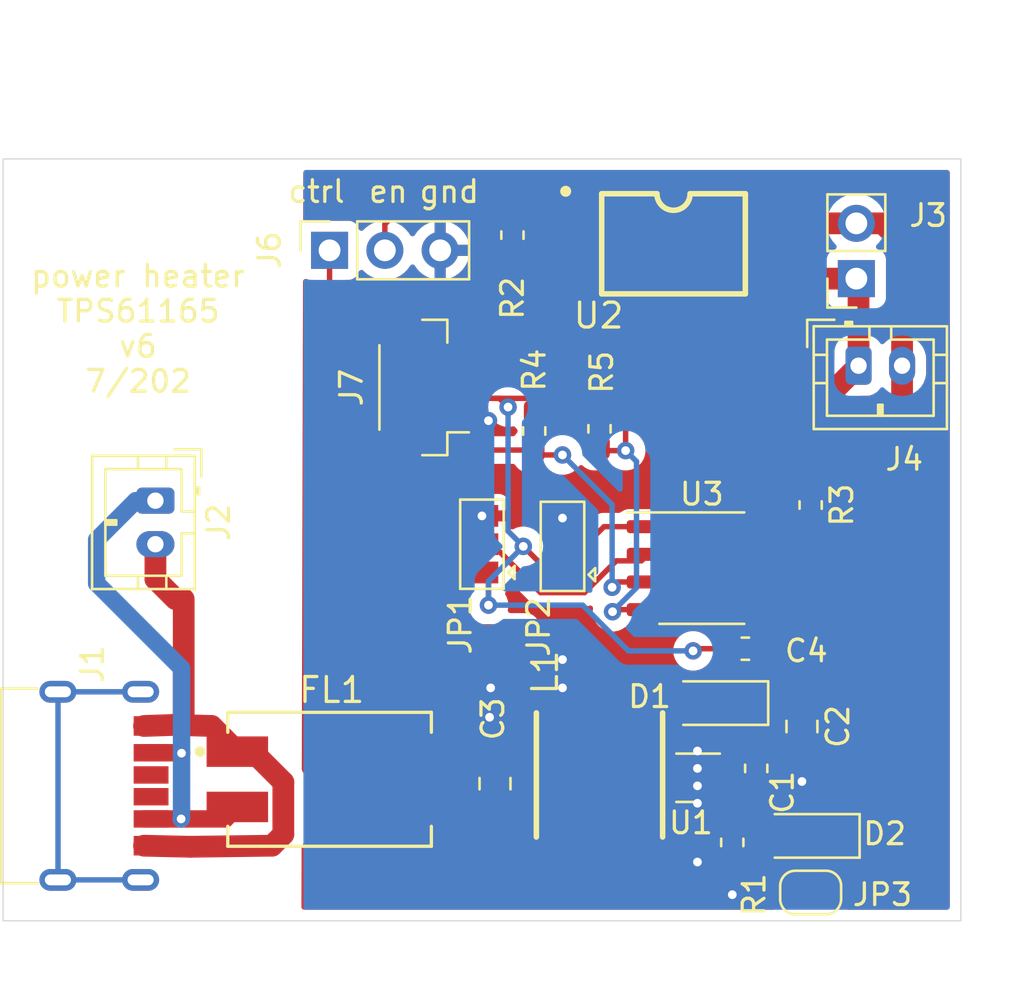
<source format=kicad_pcb>
(kicad_pcb (version 20211014) (generator pcbnew)
  (layers (0 "F.Cu" signal) (31 "B.Cu" signal) (34 "B.Paste" user) (35 "F.Paste" user) (36 "B.SilkS" user "B.Silkscreen") (37 "F.SilkS" user "F.Silkscreen") (38 "B.Mask" user) (39 "F.Mask" user) (44 "Edge.Cuts" user))
  (net 0 "")
  (net 1 "GND")
  (net 2 "Net-(C1-Pad1)")
  (net 3 "Net-(C2-Pad1)")
  (net 4 "+5VD")
  (net 5 "Net-(D1-Pad2)")
  (net 6 "Net-(FL1-Pad1)")
  (net 7 "Net-(FL1-Pad2)")
  (net 8 "unconnected-(J1-Pad0)")
  (net 10 "Net-(J6-Pad1)")
  (net 11 "Net-(J3-Pad1)")
  (net 12 "Net-(J6-Pad2)")
  (net 13 "Net-(R2-Pad2)")
  (net 15 "Net-(C4-Pad1)")
  (net 16 "/scl")
  (net 17 "/sda")
  (net 18 "Net-(JP2-Pad2)")
  (net 19 "Net-(JP1-Pad2)")
  (net 20 "Net-(D2-Pad2)")
  (net 21 "Net-(D2-Pad1)")
  (footprint "Connector_JST:JST_PH_B2B-PH-K_1x02_P2.00mm_Vertical" (layer "F.Cu") (at 123 70.7 -90)
    (fp_text reference "J2" (at 1 -2.9 90) (layer "F.SilkS"))
    (fp_text value "A2001WV-2P")
    (fp_line (start -0.3 -2.01) (end -0.6 -2.01) (layer "F.SilkS") (width 0.12))
    (fp_line (start 4.06 -0.5) (end 3.45 -0.5) (layer "F.SilkS") (width 0.12))
    (fp_line (start 4.06 2.91) (end 4.06 -1.81) (layer "F.SilkS") (width 0.12))
    (fp_line (start 0.9 2.3) (end 0.9 1.8) (layer "F.SilkS") (width 0.12))
    (fp_line (start -1.45 -1.2) (end -1.45 2.3) (layer "F.SilkS") (width 0.12))
    (fp_line (start 0.9 1.8) (end 1.1 1.8) (layer "F.SilkS") (width 0.12))
    (fp_line (start 1.1 1.8) (end 1.1 2.3) (layer "F.SilkS") (width 0.12))
    (fp_line (start -2.06 -1.81) (end -2.06 2.91) (layer "F.SilkS") (width 0.12))
    (fp_line (start -2.06 0.8) (end -1.45 0.8) (layer "F.SilkS") (width 0.12))
    (fp_line (start -0.3 -1.91) (end -0.6 -1.91) (layer "F.SilkS") (width 0.12))
    (fp_line (start 3.45 2.3) (end 3.45 -1.2) (layer "F.SilkS") (width 0.12))
    (fp_line (start -0.3 -1.81) (end -0.3 -2.01) (layer "F.SilkS") (width 0.12))
    (fp_line (start -1.11 -2.11) (end -2.36 -2.11) (layer "F.SilkS") (width 0.12))
    (fp_line (start 0.5 -1.2) (end -1.45 -1.2) (layer "F.SilkS") (width 0.12))
    (fp_line (start -2.06 2.91) (end 4.06 2.91) (layer "F.SilkS") (width 0.12))
    (fp_line (start -1.45 2.3) (end 3.45 2.3) (layer "F.SilkS") (width 0.12))
    (fp_line (start 3.45 -1.2) (end 1.5 -1.2) (layer "F.SilkS") (width 0.12))
    (fp_line (start -2.36 -2.11) (end -2.36 -0.86) (layer "F.SilkS") (width 0.12))
    (fp_line (start -2.06 -0.5) (end -1.45 -0.5) (layer "F.SilkS") (width 0.12))
    (fp_line (start 1.5 -1.2) (end 1.5 -1.81) (layer "F.SilkS") (width 0.12))
    (fp_line (start -0.6 -2.01) (end -0.6 -1.81) (layer "F.SilkS") (width 0.12))
    (fp_line (start 0.5 -1.81) (end 0.5 -1.2) (layer "F.SilkS") (width 0.12))
    (fp_line (start 4.06 -1.81) (end -2.06 -1.81) (layer "F.SilkS") (width 0.12))
    (fp_line (start 1 2.3) (end 1 1.8) (layer "F.SilkS") (width 0.12))
    (fp_line (start 4.06 0.8) (end 3.45 0.8) (layer "F.SilkS") (width 0.12))
    (pad "1" thru_hole roundrect locked (at 0 0 270) (size 1.2 1.75) (drill 0.75) (layers *.Cu *.Mask) (roundrect_rratio 0.2083333333) (net 7 "Net-(FL1-Pad2)"))
    (pad "2" thru_hole oval locked (at 2 0 270) (size 1.2 1.75) (drill 0.75) (layers *.Cu *.Mask) (net 6 "Net-(FL1-Pad1)"))
  )
  (footprint "Connector_PinSocket_2.54mm:PinSocket_1x02_P2.54mm_Vertical" (layer "F.Cu") (at 155.2 60.5 180)
    (fp_text reference "J3" (at -3.3 2.9) (layer "F.SilkS"))
    (fp_text value "Conn_01x02_Female")
    (fp_line (start 0 -1.33) (end 1.33 -1.33) (layer "F.SilkS") (width 0.12))
    (fp_line (start 1.33 -1.33) (end 1.33 0) (layer "F.SilkS") (width 0.12))
    (fp_line (start -1.33 1.27) (end -1.33 3.87) (layer "F.SilkS") (width 0.12))
    (fp_line (start -1.33 1.27) (end 1.33 1.27) (layer "F.SilkS") (width 0.12))
    (fp_line (start -1.33 3.87) (end 1.33 3.87) (layer "F.SilkS") (width 0.12))
    (fp_line (start 1.33 1.27) (end 1.33 3.87) (layer "F.SilkS") (width 0.12))
    (pad "1" thru_hole rect locked (at 0 0 180) (size 1.7 1.7) (drill 1) (layers *.Cu *.Mask) (net 11 "Net-(J3-Pad1)"))
    (pad "2" thru_hole oval locked (at 0 2.54 180) (size 1.7 1.7) (drill 1) (layers *.Cu *.Mask) (net 21 "Net-(D2-Pad1)"))
  )
  (footprint "Connector_JST:JST_PH_B2B-PH-K_1x02_P2.00mm_Vertical" (layer "F.Cu") (at 155.3 64.5)
    (fp_text reference "J4" (at 2.1 4.3) (layer "F.SilkS"))
    (fp_text value "A2001WV-2P")
    (fp_line (start -2.06 2.91) (end 4.06 2.91) (layer "F.SilkS") (width 0.12))
    (fp_line (start -0.6 -2.01) (end -0.6 -1.81) (layer "F.SilkS") (width 0.12))
    (fp_line (start 4.06 2.91) (end 4.06 -1.81) (layer "F.SilkS") (width 0.12))
    (fp_line (start -1.45 2.3) (end 3.45 2.3) (layer "F.SilkS") (width 0.12))
    (fp_line (start 1.1 1.8) (end 1.1 2.3) (layer "F.SilkS") (width 0.12))
    (fp_line (start 0.5 -1.2) (end -1.45 -1.2) (layer "F.SilkS") (width 0.12))
    (fp_line (start 1.5 -1.2) (end 1.5 -1.81) (layer "F.SilkS") (width 0.12))
    (fp_line (start 0.5 -1.81) (end 0.5 -1.2) (layer "F.SilkS") (width 0.12))
    (fp_line (start -0.3 -2.01) (end -0.6 -2.01) (layer "F.SilkS") (width 0.12))
    (fp_line (start -0.3 -1.91) (end -0.6 -1.91) (layer "F.SilkS") (width 0.12))
    (fp_line (start -2.06 -1.81) (end -2.06 2.91) (layer "F.SilkS") (width 0.12))
    (fp_line (start -0.3 -1.81) (end -0.3 -2.01) (layer "F.SilkS") (width 0.12))
    (fp_line (start 4.06 0.8) (end 3.45 0.8) (layer "F.SilkS") (width 0.12))
    (fp_line (start -1.45 -1.2) (end -1.45 2.3) (layer "F.SilkS") (width 0.12))
    (fp_line (start 4.06 -1.81) (end -2.06 -1.81) (layer "F.SilkS") (width 0.12))
    (fp_line (start 1 2.3) (end 1 1.8) (layer "F.SilkS") (width 0.12))
    (fp_line (start -2.06 -0.5) (end -1.45 -0.5) (layer "F.SilkS") (width 0.12))
    (fp_line (start -2.06 0.8) (end -1.45 0.8) (layer "F.SilkS") (width 0.12))
    (fp_line (start -2.36 -2.11) (end -2.36 -0.86) (layer "F.SilkS") (width 0.12))
    (fp_line (start -1.11 -2.11) (end -2.36 -2.11) (layer "F.SilkS") (width 0.12))
    (fp_line (start 4.06 -0.5) (end 3.45 -0.5) (layer "F.SilkS") (width 0.12))
    (fp_line (start 3.45 -1.2) (end 1.5 -1.2) (layer "F.SilkS") (width 0.12))
    (fp_line (start 0.9 2.3) (end 0.9 1.8) (layer "F.SilkS") (width 0.12))
    (fp_line (start 3.45 2.3) (end 3.45 -1.2) (layer "F.SilkS") (width 0.12))
    (fp_line (start 0.9 1.8) (end 1.1 1.8) (layer "F.SilkS") (width 0.12))
    (pad "1" thru_hole roundrect locked (at 0 0) (size 1.2 1.75) (drill 0.75) (layers *.Cu *.Mask) (roundrect_rratio 0.2083333333) (net 11 "Net-(J3-Pad1)"))
    (pad "2" thru_hole oval locked (at 2 0) (size 1.2 1.75) (drill 0.75) (layers *.Cu *.Mask) (net 21 "Net-(D2-Pad1)"))
  )
  (footprint "0my_footprints6:my_HRO-TYPE-C-31-M-17" (layer "F.Cu") (at 123.3 83.8 -90)
    (fp_text reference "J1" (at -5.6 3.2 -90) (layer "F.SilkS"))
    (fp_text value "USB_C_KoreanHroparts_6P")
    (fp_line (start 4.47 7.38) (end -4.47 7.38) (layer "F.SilkS") (width 0.12))
    (fp_line (start 4.47 5.7) (end 4.47 7.38) (layer "F.SilkS") (width 0.12))
    (fp_line (start -4.47 5.7) (end -4.47 7.38) (layer "F.SilkS") (width 0.12))
    (pad "0" thru_hole oval (at 4.32 0.98 270) (size 1 1.7) (drill oval 0.5 1.2) (layers *.Cu *.Mask) (net 8 "unconnected-(J1-Pad0)"))
    (pad "0" thru_hole oval (at -4.32 0.98 270) (size 1 1.7) (drill oval 0.5 1.2) (layers *.Cu *.Mask) (net 8 "unconnected-(J1-Pad0)"))
    (pad "0" thru_hole oval (at -4.32 4.78 270) (size 1 1.7) (drill oval 0.5 1.2) (layers *.Cu *.Mask) (net 8 "unconnected-(J1-Pad0)"))
    (pad "0" thru_hole oval (at 4.32 4.78 270) (size 1 1.7) (drill oval 0.5 1.2) (layers *.Cu *.Mask) (net 8 "unconnected-(J1-Pad0)"))
    (pad "A5" smd rect (at -0.5 0.5 270) (size 0.8 1.6) (layers "F.Cu" "F.Paste" "F.Mask"))
    (pad "A9" smd rect (at 1.52 0.5 270) (size 0.8 1.6) (layers "F.Cu" "F.Paste" "F.Mask") (net 7 "Net-(FL1-Pad2)"))
    (pad "A12" smd rect (at 2.75 0.5 270) (size 0.9 1.6) (layers "F.Cu" "F.Paste" "F.Mask") (net 6 "Net-(FL1-Pad1)"))
    (pad "B5" smd rect (at 0.5 0.5 270) (size 0.8 1.6) (layers "F.Cu" "F.Paste" "F.Mask"))
    (pad "B9" smd rect (at -1.52 0.5 270) (size 0.8 1.6) (layers "F.Cu" "F.Paste" "F.Mask") (net 7 "Net-(FL1-Pad2)"))
    (pad "B12" smd rect (at -2.75 0.5 270) (size 0.9 1.6) (layers "F.Cu" "F.Paste" "F.Mask") (net 6 "Net-(FL1-Pad1)"))
  )
  (footprint "Package_SON:WSON-6-1EP_2x2mm_P0.65mm_EP1x1.6mm" (layer "F.Cu") (at 147.93 83.43 180)
    (fp_text reference "U1" (at 0.33 -2.07) (layer "F.SilkS"))
    (fp_text value "TPS61165")
    (fp_line (start 0 -1.11) (end 1 -1.11) (layer "F.SilkS") (width 0.12))
    (fp_line (start -1 1.11) (end 1 1.11) (layer "F.SilkS") (width 0.12))
    (pad "1" smd roundrect locked (at -0.8875 -0.65 180) (size 0.375 0.4) (layers "F.Cu" "F.Paste" "F.Mask") (net 20 "Net-(D2-Pad2)"))
    (pad "2" smd roundrect locked (at -0.8875 0 180) (size 0.375 0.4) (layers "F.Cu" "F.Paste" "F.Mask") (net 2 "Net-(C1-Pad1)"))
    (pad "3" smd roundrect locked (at -0.8875 0.65 180) (size 0.375 0.4) (layers "F.Cu" "F.Paste" "F.Mask") (net 1 "GND"))
    (pad "4" smd roundrect locked (at 0.8875 0.65 180) (size 0.375 0.4) (layers "F.Cu" "F.Paste" "F.Mask") (net 5 "Net-(D1-Pad2)"))
    (pad "5" smd roundrect locked (at 0.8875 0 180) (size 0.375 0.4) (layers "F.Cu" "F.Paste" "F.Mask") (net 10 "Net-(J6-Pad1)"))
    (pad "6" smd roundrect locked (at 0.8875 -0.65 180) (size 0.375 0.4) (layers "F.Cu" "F.Paste" "F.Mask") (net 4 "+5VD"))
    (pad "7" smd rect locked (at 0 0 180) (size 1 1.6) (layers "F.Cu" "F.Mask") (net 1 "GND"))
  )
  (footprint "0my_footprints:IND-SMD_L4.7-W4.7" (layer "F.Cu") (at 143.4 83.3 90)
    (fp_text reference "L1" (at 3.6 -2.5 90) (layer "F.SilkS") (effects (font (size 1.143 1.143) (thickness 0.152)) (justify left)))
    (fp_text value "10uH" hide)
    (fp_line (start -2.85 2.9) (end 2.85 2.9) (layer "F.SilkS") (width 0.254))
    (fp_line (start -2.85 -2.9) (end 2.85 -2.9) (layer "F.SilkS") (width 0.254))
    (pad "1" smd rect locked (at -1.7 0 90) (size 2 5.3) (layers "F.Cu" "F.Paste" "F.Mask") (net 4 "+5VD"))
    (pad "2" smd rect locked (at 1.7 0 90) (size 2 5.3) (layers "F.Cu" "F.Paste" "F.Mask") (net 5 "Net-(D1-Pad2)"))
  )
  (footprint "Resistor_SMD:R_0603_1608Metric_Pad1.05x0.95mm_HandSolder" (layer "F.Cu") (at 149.5 86.4 -90)
    (fp_text reference "R1" (at 2.4 -1 90) (layer "F.SilkS"))
    (fp_text value "1")
    (fp_line (start -0.171267 -0.51) (end 0.171267 -0.51) (layer "F.SilkS") (width 0.12))
    (fp_line (start -0.171267 0.51) (end 0.171267 0.51) (layer "F.SilkS") (width 0.12))
    (pad "1" smd roundrect locked (at -0.875 0 270) (size 1.05 0.95) (layers "F.Cu" "F.Paste" "F.Mask") (net 20 "Net-(D2-Pad2)"))
    (pad "2" smd roundrect locked (at 0.875 0 270) (size 1.05 0.95) (layers "F.Cu" "F.Paste" "F.Mask") (net 1 "GND"))
  )
  (footprint "0my_footprints6:LL_FILTER-SMD_4P-L9.2-W6.0-TL" (layer "F.Cu") (at 131 83.5)
    (fp_text reference "FL1" (at -1.5 -4.1) (layer "F.SilkS") (effects (font (size 1.143 1.143) (thickness 0.152)) (justify left)))
    (fp_text value "EMI_Filter_LL" hide)
    (fp_line (start 4.676 3.076) (end 4.676 2.16) (layer "F.SilkS") (width 0.152))
    (fp_line (start -4.676 2.16) (end -4.676 3.076) (layer "F.SilkS") (width 0.152))
    (fp_line (start -4.676 -2.16) (end -4.676 -3.076) (layer "F.SilkS") (width 0.152))
    (fp_line (start 4.676 -3.076) (end 4.676 -2.16) (layer "F.SilkS") (width 0.152))
    (fp_line (start 4.676 3.076) (end 4.676 3.076) (layer "F.SilkS") (width 0.152))
    (fp_line (start -4.676 -3.076) (end -4.676 -3.076) (layer "F.SilkS") (width 0.152))
    (fp_line (start 4.676 -3.076) (end 4.676 -3.076) (layer "F.SilkS") (width 0.152))
    (fp_line (start -4.676 -3.076) (end 4.676 -3.076) (layer "F.SilkS") (width 0.152))
    (fp_line (start -4.676 3.076) (end -4.676 3.076) (layer "F.SilkS") (width 0.152))
    (fp_line (start -4.676 3.076) (end 4.676 3.076) (layer "F.SilkS") (width 0.152))
    (fp_circle (center -5.95 -1.27) (end -5.825 -1.27) (layer "F.SilkS") (width 0.25) (fill none))
    (pad "1" smd rect locked (at -4.237 -1.27) (size 2.825 1.4) (layers "F.Cu" "F.Paste" "F.Mask") (net 6 "Net-(FL1-Pad1)"))
    (pad "2" smd rect locked (at -4.237 1.27) (size 2.825 1.4) (layers "F.Cu" "F.Paste" "F.Mask") (net 7 "Net-(FL1-Pad2)"))
    (pad "3" smd rect locked (at 4.237 1.27) (size 2.825 1.4) (layers "F.Cu" "F.Paste" "F.Mask") (net 4 "+5VD"))
    (pad "4" smd rect locked (at 4.237 -1.27) (size 2.825 1.4) (layers "F.Cu" "F.Paste" "F.Mask") (net 1 "GND"))
  )
  (footprint "Capacitor_SMD:C_0805_2012Metric_Pad1.15x1.40mm_HandSolder" (layer "F.Cu") (at 138.6 83.7 90)
    (fp_text reference "C3" (at 2.975 -0.1 90) (layer "F.SilkS"))
    (fp_text value "4.7uF_0805_25V")
    (fp_line (start -0.261252 -0.71) (end 0.261252 -0.71) (layer "F.SilkS") (width 0.12))
    (fp_line (start -0.261252 0.71) (end 0.261252 0.71) (layer "F.SilkS") (width 0.12))
    (pad "1" smd roundrect locked (at -1.025 0 90) (size 1.15 1.4) (layers "F.Cu" "F.Paste" "F.Mask") (roundrect_rratio 0.2173913043) (net 4 "+5VD"))
    (pad "2" smd roundrect locked (at 1.025 0 90) (size 1.15 1.4) (layers "F.Cu" "F.Paste" "F.Mask") (roundrect_rratio 0.2173913043) (net 1 "GND"))
  )
  (footprint "Diode_SMD:D_SOD-123" (layer "F.Cu") (at 148.9 80 180)
    (fp_text reference "D1" (at 3.2 0.3) (layer "F.SilkS"))
    (fp_text value "MBR0540")
    (fp_line (start -2.25 -1) (end -2.25 1) (layer "F.SilkS") (width 0.12))
    (fp_line (start -2.25 -1) (end 1.65 -1) (layer "F.SilkS") (width 0.12))
    (fp_line (start -2.25 1) (end 1.65 1) (layer "F.SilkS") (width 0.12))
    (pad "1" smd rect locked (at -1.65 0 180) (size 0.9 1.2) (layers "F.Cu" "F.Paste" "F.Mask") (net 3 "Net-(C2-Pad1)"))
    (pad "2" smd rect locked (at 1.65 0 180) (size 0.9 1.2) (layers "F.Cu" "F.Paste" "F.Mask") (net 5 "Net-(D1-Pad2)"))
  )
  (footprint "Capacitor_SMD:C_0603_1608Metric_Pad1.05x0.95mm_HandSolder" (layer "F.Cu") (at 150.6 83 90)
    (fp_text reference "C1" (at -1.1 1.2 90) (layer "F.SilkS"))
    (fp_text value "220nF")
    (fp_line (start -0.171267 -0.51) (end 0.171267 -0.51) (layer "F.SilkS") (width 0.12))
    (fp_line (start -0.171267 0.51) (end 0.171267 0.51) (layer "F.SilkS") (width 0.12))
    (pad "1" smd roundrect locked (at -0.875 0 90) (size 1.05 0.95) (layers "F.Cu" "F.Paste" "F.Mask") (net 2 "Net-(C1-Pad1)"))
    (pad "2" smd roundrect locked (at 0.875 0 90) (size 1.05 0.95) (layers "F.Cu" "F.Paste" "F.Mask") (net 1 "GND"))
  )
  (footprint "Capacitor_SMD:C_0805_2012Metric_Pad1.15x1.40mm_HandSolder" (layer "F.Cu") (at 152.7 81.075 -90)
    (fp_text reference "C2" (at 0 -1.65 90) (layer "F.SilkS"))
    (fp_text value "1uF_0805_50V")
    (fp_line (start -0.261252 -0.71) (end 0.261252 -0.71) (layer "F.SilkS") (width 0.12))
    (fp_line (start -0.261252 0.71) (end 0.261252 0.71) (layer "F.SilkS") (width 0.12))
    (pad "1" smd roundrect locked (at -1.025 0 270) (size 1.15 1.4) (layers "F.Cu" "F.Paste" "F.Mask") (roundrect_rratio 0.2173913043) (net 3 "Net-(C2-Pad1)"))
    (pad "2" smd roundrect locked (at 1.025 0 270) (size 1.15 1.4) (layers "F.Cu" "F.Paste" "F.Mask") (roundrect_rratio 0.2173913043) (net 1 "GND"))
  )
  (footprint "Connector_PinSocket_2.54mm:PinSocket_1x03_P2.54mm_Vertical" (layer "F.Cu") (at 131 59.2 90)
    (fp_text reference "J6" (at 0 -2.77 90) (layer "F.SilkS"))
    (fp_text value "Conn_01x03_Female")
    (fp_line (start -1.33 1.27) (end -1.33 6.41) (layer "F.SilkS") (width 0.12))
    (fp_line (start -1.33 1.27) (end 1.33 1.27) (layer "F.SilkS") (width 0.12))
    (fp_line (start -1.33 6.41) (end 1.33 6.41) (layer "F.SilkS") (width 0.12))
    (fp_line (start 0 -1.33) (end 1.33 -1.33) (layer "F.SilkS") (width 0.12))
    (fp_line (start 1.33 1.27) (end 1.33 6.41) (layer "F.SilkS") (width 0.12))
    (fp_line (start 1.33 -1.33) (end 1.33 0) (layer "F.SilkS") (width 0.12))
    (pad "1" thru_hole rect locked (at 0 0 90) (size 1.7 1.7) (drill 1) (layers *.Cu *.Mask) (net 10 "Net-(J6-Pad1)"))
    (pad "2" thru_hole oval locked (at 0 2.54 90) (size 1.7 1.7) (drill 1) (layers *.Cu *.Mask) (net 12 "Net-(J6-Pad2)"))
    (pad "3" thru_hole oval locked (at 0 5.08 90) (size 1.7 1.7) (drill 1) (layers *.Cu *.Mask) (net 1 "GND"))
  )
  (footprint "Resistor_SMD:R_0603_1608Metric_Pad1.05x0.95mm_HandSolder" (layer "F.Cu") (at 139.4 58.5 90)
    (fp_text reference "R2" (at -2.9 0 90) (layer "F.SilkS"))
    (fp_text value "390")
    (fp_line (start -0.171267 0.51) (end 0.171267 0.51) (layer "F.SilkS") (width 0.12))
    (fp_line (start -0.171267 -0.51) (end 0.171267 -0.51) (layer "F.SilkS") (width 0.12))
    (pad "1" smd roundrect locked (at -0.875 0 90) (size 1.05 0.95) (layers "F.Cu" "F.Paste" "F.Mask") (net 12 "Net-(J6-Pad2)"))
    (pad "2" smd roundrect locked (at 0.875 0 90) (size 1.05 0.95) (layers "F.Cu" "F.Paste" "F.Mask") (net 13 "Net-(R2-Pad2)"))
  )
  (footprint "0my_footprints:SMD-4_L4.6-W6.4-P2.54-LS10.0-BR" (layer "F.Cu") (at 146.8 58.9 180)
    (fp_text reference "U2" (at 2.2 -3.3) (layer "F.SilkS") (effects (font (size 1.143 1.143) (thickness 0.152)) (justify right)))
    (fp_text value "KAQY212A" hide)
    (fp_line (start -3.3 -2.3) (end 3.3 -2.3) (layer "F.SilkS") (width 0.254))
    (fp_line (start -3.3 2.3) (end -0.762 2.3) (layer "F.SilkS") (width 0.254))
    (fp_line (start 3.3 2.3) (end 0.762 2.3) (layer "F.SilkS") (width 0.254))
    (fp_line (start 3.3 -2.3) (end 3.3 2.3) (layer "F.SilkS") (width 0.254))
    (fp_line (start -3.3 2.3) (end -3.3 -2.3) (layer "F.SilkS") (width 0.254))
    (fp_arc (start -0.762 2.3) (mid 0.001 1.539) (end 0.762 2.302) (layer "F.SilkS") (width 0.254))
    (fp_circle (center 4.953 2.413) (end 5.08 2.413) (layer "F.SilkS") (width 0.254) (fill none))
    (pad "1" smd rect locked (at 4.876 1.27 180) (size 1.8 1.6) (layers "F.Cu" "F.Paste" "F.Mask") (net 13 "Net-(R2-Pad2)"))
    (pad "2" smd rect locked (at 4.876 -1.27 180) (size 1.8 1.6) (layers "F.Cu" "F.Paste" "F.Mask") (net 1 "GND"))
    (pad "3" smd rect locked (at -4.876 -1.27 180) (size 1.8 1.6) (layers "F.Cu" "F.Paste" "F.Mask") (net 11 "Net-(J3-Pad1)"))
    (pad "4" smd rect locked (at -4.876 1.27 180) (size 1.8 1.6) (layers "F.Cu" "F.Paste" "F.Mask") (net 21 "Net-(D2-Pad1)"))
  )
  (footprint "Capacitor_SMD:C_0603_1608Metric_Pad1.05x0.95mm_HandSolder" (layer "F.Cu") (at 150.1 77.5)
    (fp_text reference "C4" (at 2.8 0.1) (layer "F.SilkS"))
    (fp_text value "100nF")
    (fp_line (start -0.171267 -0.51) (end 0.171267 -0.51) (layer "F.SilkS") (width 0.12))
    (fp_line (start -0.171267 0.51) (end 0.171267 0.51) (layer "F.SilkS") (width 0.12))
    (pad "1" smd roundrect locked (at -0.875 0) (size 1.05 0.95) (layers "F.Cu" "F.Paste" "F.Mask") (net 15 "Net-(C4-Pad1)"))
    (pad "2" smd roundrect locked (at 0.875 0) (size 1.05 0.95) (layers "F.Cu" "F.Paste" "F.Mask") (net 1 "GND"))
  )
  (footprint "Connector_JST:JST_SH_BM04B-SRSS-TB_1x04-1MP_P1.00mm_Vertical" (layer "F.Cu") (at 135.3 65.5 90)
    (fp_text reference "J7" (at 0 -3.3 90) (layer "F.SilkS"))
    (fp_text value "A1001WV-S-04P")
    (fp_line (start 3.11 -0.04) (end 3.11 1.11) (layer "F.SilkS") (width 0.12))
    (fp_line (start -3.11 -0.04) (end -3.11 1.11) (layer "F.SilkS") (width 0.12))
    (fp_line (start 3.11 1.11) (end 2.06 1.11) (layer "F.SilkS") (width 0.12))
    (fp_line (start -2.06 1.11) (end -2.06 2.1) (layer "F.SilkS") (width 0.12))
    (fp_line (start -1.94 -2.01) (end 1.94 -2.01) (layer "F.SilkS") (width 0.12))
    (fp_line (start -3.11 1.11) (end -2.06 1.11) (layer "F.SilkS") (width 0.12))
    (pad "1" smd roundrect locked (at -1.5 1.325 90) (size 0.6 1.55) (layers "F.Cu" "F.Paste" "F.Mask") (net 1 "GND"))
    (pad "2" smd roundrect locked (at -0.5 1.325 90) (size 0.6 1.55) (layers "F.Cu" "F.Paste" "F.Mask") (net 15 "Net-(C4-Pad1)"))
    (pad "3" smd roundrect locked (at 0.5 1.325 90) (size 0.6 1.55) (layers "F.Cu" "F.Paste" "F.Mask") (net 17 "/sda"))
    (pad "4" smd roundrect locked (at 1.5 1.325 90) (size 0.6 1.55) (layers "F.Cu" "F.Paste" "F.Mask") (net 16 "/scl"))
    (pad "MP" smd roundrect locked (at 2.8 -1.2 90) (size 1.2 1.8) (layers "F.Cu" "F.Paste" "F.Mask") (roundrect_rratio 0.2083333333))
    (pad "MP" smd roundrect locked (at -2.8 -1.2 90) (size 1.2 1.8) (layers "F.Cu" "F.Paste" "F.Mask") (roundrect_rratio 0.2083333333))
  )
  (footprint "Resistor_SMD:R_0603_1608Metric_Pad1.05x0.95mm_HandSolder" (layer "F.Cu") (at 153.1 70.9 -90)
    (fp_text reference "R3" (at 0 -1.43 90) (layer "F.SilkS"))
    (fp_text value "1")
    (fp_line (start -0.171267 0.51) (end 0.171267 0.51) (layer "F.SilkS") (width 0.12))
    (fp_line (start -0.171267 -0.51) (end 0.171267 -0.51) (layer "F.SilkS") (width 0.12))
    (pad "1" smd roundrect locked (at -0.875 0 270) (size 1.05 0.95) (layers "F.Cu" "F.Paste" "F.Mask") (net 11 "Net-(J3-Pad1)"))
    (pad "2" smd roundrect locked (at 0.875 0 270) (size 1.05 0.95) (layers "F.Cu" "F.Paste" "F.Mask") (net 3 "Net-(C2-Pad1)"))
  )
  (footprint "Resistor_SMD:R_0603_1608Metric_Pad1.05x0.95mm_HandSolder" (layer "F.Cu") (at 140.4 67.5 90)
    (fp_text reference "R4" (at 2.8 0 90) (layer "F.SilkS"))
    (fp_text value "4.99K")
    (fp_line (start -0.171267 0.51) (end 0.171267 0.51) (layer "F.SilkS") (width 0.12))
    (fp_line (start -0.171267 -0.51) (end 0.171267 -0.51) (layer "F.SilkS") (width 0.12))
    (pad "1" smd roundrect locked (at -0.875 0 90) (size 1.05 0.95) (layers "F.Cu" "F.Paste" "F.Mask") (net 17 "/sda"))
    (pad "2" smd roundrect locked (at 0.875 0 90) (size 1.05 0.95) (layers "F.Cu" "F.Paste" "F.Mask") (net 15 "Net-(C4-Pad1)"))
  )
  (footprint "Resistor_SMD:R_0603_1608Metric_Pad1.05x0.95mm_HandSolder" (layer "F.Cu") (at 143.4 67.4 90)
    (fp_text reference "R5" (at 2.6 0.1 90) (layer "F.SilkS"))
    (fp_text value "4.99K")
    (fp_line (start -0.171267 -0.51) (end 0.171267 -0.51) (layer "F.SilkS") (width 0.12))
    (fp_line (start -0.171267 0.51) (end 0.171267 0.51) (layer "F.SilkS") (width 0.12))
    (pad "1" smd roundrect locked (at -0.875 0 90) (size 1.05 0.95) (layers "F.Cu" "F.Paste" "F.Mask") (net 16 "/scl"))
    (pad "2" smd roundrect locked (at 0.875 0 90) (size 1.05 0.95) (layers "F.Cu" "F.Paste" "F.Mask") (net 15 "Net-(C4-Pad1)"))
  )
  (footprint "Jumper:SolderJumper-3_P1.3mm_Open_Pad1.0x1.5mm" (layer "F.Cu") (at 138 72.7 90)
    (fp_text reference "JP1" (at -3.7 -1 90) (layer "F.SilkS"))
    (fp_text value "Jumper_3_Open")
    (fp_line (start 2.05 1) (end -2.05 1) (layer "F.SilkS") (width 0.12))
    (fp_line (start -1.6 1.5) (end -1 1.5) (layer "F.SilkS") (width 0.12))
    (fp_line (start -2.05 -1) (end 2.05 -1) (layer "F.SilkS") (width 0.12))
    (fp_line (start -1.3 1.2) (end -1 1.5) (layer "F.SilkS") (width 0.12))
    (fp_line (start -2.05 1) (end -2.05 -1) (layer "F.SilkS") (width 0.12))
    (fp_line (start -1.3 1.2) (end -1.6 1.5) (layer "F.SilkS") (width 0.12))
    (fp_line (start 2.05 -1) (end 2.05 1) (layer "F.SilkS") (width 0.12))
    (pad "1" smd rect locked (at -1.3 0 90) (size 1 1.5) (layers "F.Cu" "F.Mask") (net 15 "Net-(C4-Pad1)"))
    (pad "2" smd rect locked (at 0 0 90) (size 1 1.5) (layers "F.Cu" "F.Mask") (net 19 "Net-(JP1-Pad2)"))
    (pad "3" smd rect locked (at 1.3 0 90) (size 1 1.5) (layers "F.Cu" "F.Mask") (net 1 "GND"))
  )
  (footprint "Jumper:SolderJumper-3_P1.3mm_Open_Pad1.0x1.5mm" (layer "F.Cu") (at 141.7 72.8 90)
    (fp_text reference "JP2" (at -3.7 -1.1 90) (layer "F.SilkS"))
    (fp_text value "Jumper_3_Open")
    (fp_line (start 2.05 -1) (end 2.05 1) (layer "F.SilkS") (width 0.12))
    (fp_line (start -1.6 1.5) (end -1 1.5) (layer "F.SilkS") (width 0.12))
    (fp_line (start -1.3 1.2) (end -1.6 1.5) (layer "F.SilkS") (width 0.12))
    (fp_line (start 2.05 1) (end -2.05 1) (layer "F.SilkS") (width 0.12))
    (fp_line (start -2.05 -1) (end 2.05 -1) (layer "F.SilkS") (width 0.12))
    (fp_line (start -2.05 1) (end -2.05 -1) (layer "F.SilkS") (width 0.12))
    (fp_line (start -1.3 1.2) (end -1 1.5) (layer "F.SilkS") (width 0.12))
    (pad "1" smd rect locked (at -1.3 0 90) (size 1 1.5) (layers "F.Cu" "F.Mask") (net 15 "Net-(C4-Pad1)"))
    (pad "2" smd rect locked (at 0 0 90) (size 1 1.5) (layers "F.Cu" "F.Mask") (net 18 "Net-(JP2-Pad2)"))
    (pad "3" smd rect locked (at 1.3 0 90) (size 1 1.5) (layers "F.Cu" "F.Mask") (net 1 "GND"))
  )
  (footprint "Diode_SMD:D_SOD-123" (layer "F.Cu") (at 153.1 86.1 180)
    (fp_text reference "D2" (at -3.4 0.1) (layer "F.SilkS"))
    (fp_text value "BZT52C5V1")
    (fp_line (start -2.25 -1) (end 1.65 -1) (layer "F.SilkS") (width 0.12))
    (fp_line (start -2.25 -1) (end -2.25 1) (layer "F.SilkS") (width 0.12))
    (fp_line (start -2.25 1) (end 1.65 1) (layer "F.SilkS") (width 0.12))
    (pad "1" smd rect locked (at -1.65 0 180) (size 0.9 1.2) (layers "F.Cu" "F.Paste" "F.Mask") (net 21 "Net-(D2-Pad1)"))
    (pad "2" smd rect locked (at 1.65 0 180) (size 0.9 1.2) (layers "F.Cu" "F.Paste" "F.Mask") (net 20 "Net-(D2-Pad2)"))
  )
  (footprint "Jumper:SolderJumper-2_P1.3mm_Open_RoundedPad1.0x1.5mm" (layer "F.Cu") (at 153.1 88.7)
    (fp_text reference "JP3" (at 3.3 0.1) (layer "F.SilkS"))
    (fp_text value "Jumper_2_Open")
    (fp_line (start 0.7 1) (end -0.7 1) (layer "F.SilkS") (width 0.12))
    (fp_line (start -0.7 -1) (end 0.7 -1) (layer "F.SilkS") (width 0.12))
    (fp_line (start -1.4 0.3) (end -1.4 -0.3) (layer "F.SilkS") (width 0.12))
    (fp_line (start 1.4 -0.3) (end 1.4 0.3) (layer "F.SilkS") (width 0.12))
    (fp_arc (start 1.4 0.3) (mid 1.194975 0.794975) (end 0.7 1) (layer "F.SilkS") (width 0.12))
    (fp_arc (start -0.7 1) (mid -1.194975 0.794975) (end -1.4 0.3) (layer "F.SilkS") (width 0.12))
    (fp_arc (start -1.4 -0.3) (mid -1.194975 -0.794975) (end -0.7 -1) (layer "F.SilkS") (width 0.12))
    (fp_arc (start 0.7 -1) (mid 1.194975 -0.794975) (end 1.4 -0.3) (layer "F.SilkS") (width 0.12))
    (pad "1" smd custom locked (at -0.65 0) (size 1 0.5) (layers "F.Cu" "F.Mask") (net 20 "Net-(D2-Pad2)") (options (clearance outline) (anchor rect)) (primitives (gr_circle (center 0 0.25) (end 0.5 0.25) (width 0) (fill yes)) (gr_circle (center 0 -0.25) (end 0.5 -0.25) (width 0) (fill yes)) (gr_poly (pts (xy 0 -0.75) (xy 0.5 -0.75) (xy 0.5 0.75) (xy 0 0.75)) (width 0) (fill yes))))
    (pad "2" smd custom locked (at 0.65 0) (size 1 0.5) (layers "F.Cu" "F.Mask") (net 21 "Net-(D2-Pad1)") (options (clearance outline) (anchor rect)) (primitives (gr_circle (center 0 0.25) (end 0.5 0.25) (width 0) (fill yes)) (gr_circle (center 0 -0.25) (end 0.5 -0.25) (width 0) (fill yes)) (gr_poly (pts (xy 0 -0.75) (xy -0.5 -0.75) (xy -0.5 0.75) (xy 0 0.75)) (width 0) (fill yes))))
  )
  (footprint "Package_SO:SOIC-8_3.9x4.9mm_P1.27mm" (layer "F.Cu") (at 148.1 73.8)
    (fp_text reference "U3" (at 0 -3.4) (layer "F.SilkS"))
    (fp_text value "INA219AxD")
    (fp_line (start 0 2.56) (end 1.95 2.56) (layer "F.SilkS") (width 0.12))
    (fp_line (start 0 2.56) (end -1.95 2.56) (layer "F.SilkS") (width 0.12))
    (fp_line (start 0 -2.56) (end 1.95 -2.56) (layer "F.SilkS") (width 0.12))
    (fp_line (start 0 -2.56) (end -3.45 -2.56) (layer "F.SilkS") (width 0.12))
    (pad "1" smd roundrect locked (at -2.475 -1.905) (size 1.95 0.6) (layers "F.Cu" "F.Paste" "F.Mask") (net 18 "Net-(JP2-Pad2)"))
    (pad "2" smd roundrect locked (at -2.475 -0.635) (size 1.95 0.6) (layers "F.Cu" "F.Paste" "F.Mask") (net 19 "Net-(JP1-Pad2)"))
    (pad "3" smd roundrect locked (at -2.475 0.635) (size 1.95 0.6) (layers "F.Cu" "F.Paste" "F.Mask") (net 17 "/sda"))
    (pad "4" smd roundrect locked (at -2.475 1.905) (size 1.95 0.6) (layers "F.Cu" "F.Paste" "F.Mask") (net 16 "/scl"))
    (pad "5" smd roundrect locked (at 2.475 1.905) (size 1.95 0.6) (layers "F.Cu" "F.Paste" "F.Mask") (net 15 "Net-(C4-Pad1)"))
    (pad "6" smd roundrect locked (at 2.475 0.635) (size 1.95 0.6) (layers "F.Cu" "F.Paste" "F.Mask") (net 1 "GND"))
    (pad "7" smd roundrect locked (at 2.475 -0.635) (size 1.95 0.6) (layers "F.Cu" "F.Paste" "F.Mask") (net 11 "Net-(J3-Pad1)"))
    (pad "8" smd roundrect locked (at 2.475 -1.905) (size 1.95 0.6) (layers "F.Cu" "F.Paste" "F.Mask") (net 3 "Net-(C2-Pad1)"))
  )
  (gr_line (start 116 90) (end 116 55) (layer "Edge.Cuts") (width 0.05))
  (gr_line (start 160 90) (end 116 90) (layer "Edge.Cuts") (width 0.05))
  (gr_line (start 160 55) (end 160 90) (layer "Edge.Cuts") (width 0.05))
  (gr_line (start 116 55) (end 160 55) (layer "Edge.Cuts") (width 0.05))
  (gr_text "en" (at 133.7 56.5) (layer "F.SilkS") (effects (font (size 1 1))))
  (gr_text "gnd" (at 136.5 56.5) (layer "F.SilkS") (effects (font (size 1 1))))
  (gr_text "ctrl" (at 130.4 56.5) (layer "F.SilkS") (effects (font (size 1 1))))
  (gr_text "power heater\nTPS61165\nv6\n7/202\n" (at 122.2 62.8) (layer "F.SilkS") (effects (font (size 1 1))))
  (segment (start 138.6 82.675) (end 135.682 82.675) (width 0.25) (layer "F.Cu") (net 1))
  (segment (start 138.6 82.675) (end 138.6 80.9) (width 0.25) (layer "F.Cu") (net 1))
  (segment (start 152.7 82.1) (end 150.8 82.1) (width 1) (layer "F.Cu") (net 1))
  (segment (start 148.8175 82.78) (end 150.12 82.78) (width 0.25) (layer "F.Cu") (net 1))
  (segment (start 150.6 81.775) (end 150.025 81.2) (width 0.25) (layer "F.Cu") (net 1))
  (segment (start 138.6 80.9) (end 138.35 80.65) (width 0.25) (layer "F.Cu") (net 1))
  (segment (start 150.025 81.2) (end 149.9 81.2) (width 0.25) (layer "F.Cu") (net 1))
  (segment (start 149.9 81.2) (end 150.8 82.1) (width 0.25) (layer "F.Cu") (net 1))
  (segment (start 150.12 82.78) (end 150.6 82.3) (width 0.25) (layer "F.Cu") (net 1))
  (segment (start 138.275 67) (end 138.3 67.025) (width 0.25) (layer "F.Cu") (net 1))
  (segment (start 136.625 67) (end 138.275 67) (width 0.25) (layer "F.Cu") (net 1))
  (via (at 147.9 83.8) (size 0.8) (drill 0.4) (layers "F.Cu" "B.Cu") (net 1))
  (via (at 152.7 83.6) (size 0.8) (drill 0.4) (layers "F.Cu" "B.Cu") (net 1))
  (via (at 147.9 87.3) (size 0.8) (drill 0.4) (layers "F.Cu" "B.Cu") (net 1))
  (via (at 147.9 83) (size 0.8) (drill 0.4) (layers "F.Cu" "B.Cu") (net 1))
  (via (at 149.5 88.8) (size 0.8) (drill 0.4) (layers "F.Cu" "B.Cu") (net 1))
  (via (at 147.9 82.2) (size 0.8) (drill 0.4) (layers "F.Cu" "B.Cu") (net 1))
  (via (at 147.9 84.6) (size 0.8) (drill 0.4) (layers "F.Cu" "B.Cu") (net 1))
  (via (at 141.7 79.3) (size 0.8) (drill 0.4) (layers "F.Cu" "B.Cu") (net 1))
  (via (at 138.3 67.025) (size 0.8) (drill 0.4) (layers "F.Cu" "B.Cu") (net 1))
  (via (at 138.4 79.3) (size 0.8) (drill 0.4) (layers "F.Cu" "B.Cu") (net 1))
  (via (at 141.7 78) (size 0.8) (drill 0.4) (layers "F.Cu" "B.Cu") (net 1))
  (via (at 138.35 80.65) (size 0.8) (drill 0.4) (layers "F.Cu" "B.Cu") (net 1))
  (via (at 138 71.4) (size 0.8) (drill 0.4) (layers "F.Cu" "B.Cu") (net 1))
  (via (at 141.7 71.5) (size 0.8) (drill 0.4) (layers "F.Cu" "B.Cu") (net 1))
  (segment (start 150.6 84.05) (end 149.98 83.43) (width 0.25) (layer "F.Cu") (net 2))
  (segment (start 149.98 83.43) (end 148.8175 83.43) (width 0.25) (layer "F.Cu") (net 2))
  (segment (start 150.55 80) (end 152.65 80) (width 1) (layer "F.Cu") (net 3))
  (segment (start 153.1 71.775) (end 150.695 71.775) (width 0.25) (layer "F.Cu") (net 3))
  (segment (start 152.7 80.05) (end 152.7 72.175) (width 1) (layer "F.Cu") (net 3))
  (segment (start 152.7 72.175) (end 153.1 71.775) (width 1) (layer "F.Cu") (net 3))
  (segment (start 135.237 84.77) (end 143.17 84.77) (width 1) (layer "F.Cu") (net 4))
  (segment (start 145.5 85) (end 146.16999 84.33001) (width 1) (layer "F.Cu") (net 4))
  (segment (start 146.16999 84.33001) (end 146.619962 84.33001) (width 1) (layer "F.Cu") (net 4))
  (segment (start 147.0425 82.78) (end 146.855 82.78) (width 0.25) (layer "F.Cu") (net 5))
  (segment (start 146.855 82.78) (end 146.7 82.625) (width 0.25) (layer "F.Cu") (net 5))
  (segment (start 146.7 82.625) (end 146.7 82.4) (width 0.25) (layer "F.Cu") (net 5))
  (segment (start 146.6 81.6) (end 146.7 82.4) (width 1) (layer "F.Cu") (net 5))
  (segment (start 147.25 80) (end 147.25 80.95) (width 1) (layer "F.Cu") (net 5))
  (segment (start 145.9 81.6) (end 146.6 81.6) (width 1) (layer "F.Cu") (net 5))
  (segment (start 147.25 80.95) (end 146.6 81.6) (width 1) (layer "F.Cu") (net 5))
  (segment (start 143.4 81.6) (end 145.9 81.6) (width 1) (layer "F.Cu") (net 5))
  (segment (start 126.763 82.23) (end 125.583 81.05) (width 1) (layer "F.Cu") (net 6))
  (segment (start 128.875501 83.630001) (end 128.875501 86.030001) (width 1) (layer "F.Cu") (net 6))
  (segment (start 128.875501 86.030001) (end 128.355491 86.550011) (width 1) (layer "F.Cu") (net 6))
  (segment (start 127.4755 82.23) (end 128.875501 83.630001) (width 1) (layer "F.Cu") (net 6))
  (segment (start 128.355491 86.550011) (end 124.6 86.6) (width 1) (layer "F.Cu") (net 6))
  (segment (start 124.6 86.6) (end 122.475 86.550011) (width 1) (layer "F.Cu") (net 6))
  (segment (start 123.92501 80.97499) (end 123.9 81) (width 1) (layer "F.Cu") (net 6))
  (segment (start 123 72.7) (end 123 74.3) (width 1) (layer "F.Cu") (net 6))
  (segment (start 124.3 75.22501) (end 124.3 80.97499) (width 1) (layer "F.Cu") (net 6))
  (segment (start 125.583 81.05) (end 123.9 81) (width 1) (layer "F.Cu") (net 6))
  (segment (start 123.9 81) (end 122.475 81.05) (width 1) (layer "F.Cu") (net 6))
  (segment (start 123 74.3) (end 123.92501 75.22501) (width 1) (layer "F.Cu") (net 6))
  (segment (start 124.18 82.28) (end 124.2 82.3) (width 0.8) (layer "F.Cu") (net 7))
  (segment (start 126.213 85.32) (end 126.763 84.77) (width 0.8) (layer "F.Cu") (net 7))
  (segment (start 124.18 85.32) (end 126.213 85.32) (width 0.8) (layer "F.Cu") (net 7))
  (segment (start 122.475 85.32) (end 124.18 85.32) (width 0.8) (layer "F.Cu") (net 7))
  (segment (start 122.475 82.28) (end 124.18 82.28) (width 0.8) (layer "F.Cu") (net 7))
  (via (at 124.2 82.3) (size 0.8) (drill 0.4) (layers "F.Cu" "B.Cu") (net 7))
  (via (at 124.18 85.32) (size 0.8) (drill 0.4) (layers "F.Cu" "B.Cu") (net 7))
  (segment (start 124.2 82.3) (end 124.2 78.4) (width 0.8) (layer "B.Cu") (net 7))
  (segment (start 124.2 82.3) (end 124.2 85.3) (width 0.8) (layer "B.Cu") (net 7))
  (segment (start 120.3 74.5) (end 120.3 72.5) (width 0.8) (layer "B.Cu") (net 7))
  (segment (start 124.2 78.4) (end 120.3 74.5) (width 0.8) (layer "B.Cu") (net 7))
  (segment (start 120.3 72.5) (end 122.1 70.7) (width 0.8) (layer "B.Cu") (net 7))
  (segment (start 122.1 70.7) (end 123 70.7) (width 0.8) (layer "B.Cu") (net 7))
  (segment (start 124.2 85.3) (end 124.18 85.32) (width 0.8) (layer "B.Cu") (net 7))
  (segment (start 122.325 88.12) (end 118.525 88.12) (width 0.25) (layer "B.Cu") (net 8))
  (segment (start 122.325 79.48) (end 118.525 79.48) (width 0.25) (layer "B.Cu") (net 8))
  (segment (start 118.525 88.12) (end 118.525 79.48) (width 0.25) (layer "B.Cu") (net 8))
  (segment (start 147.0425 83.43) (end 140.94319 83.43) (width 0.25) (layer "F.Cu") (net 10))
  (segment (start 131 59.2) (end 131 70.3) (width 0.25) (layer "F.Cu") (net 10))
  (segment (start 140 82.48681) (end 140 76.5) (width 0.25) (layer "F.Cu") (net 10))
  (segment (start 131 70.3) (end 137.2 76.5) (width 0.25) (layer "F.Cu") (net 10))
  (segment (start 140.94319 83.43) (end 140 82.48681) (width 0.25) (layer "F.Cu") (net 10))
  (segment (start 137.2 76.5) (end 137.3 76.5) (width 0.25) (layer "F.Cu") (net 10))
  (segment (start 140 76.5) (end 137.3 76.5) (width 0.25) (layer "F.Cu") (net 10))
  (segment (start 149.27499 73.00499) (end 149.27499 72.97499) (width 0.25) (layer "F.Cu") (net 11))
  (segment (start 152.006 60.5) (end 151.676 60.17) (width 1) (layer "F.Cu") (net 11))
  (segment (start 149.975 70.025) (end 153.1 70.025) (width 0.25) (layer "F.Cu") (net 11))
  (segment (start 155.3 64.5) (end 155.3 60.6) (width 1) (layer "F.Cu") (net 11))
  (segment (start 153.1 70.025) (end 153.1 66.7) (width 1) (layer "F.Cu") (net 11))
  (segment (start 149.435 73.165) (end 149.27499 73.00499) (width 0.25) (layer "F.Cu") (net 11))
  (segment (start 149 71) (end 149.975 70.025) (width 0.25) (layer "F.Cu") (net 11))
  (segment (start 153.1 66.7) (end 155.3 64.5) (width 1) (layer "F.Cu") (net 11))
  (segment (start 149 72.7) (end 149 71) (width 0.25) (layer "F.Cu") (net 11))
  (segment (start 150.575 73.165) (end 149.435 73.165) (width 0.25) (layer "F.Cu") (net 11))
  (segment (start 155.2 60.5) (end 152.006 60.5) (width 1) (layer "F.Cu") (net 11))
  (segment (start 149.27499 72.97499) (end 149 72.7) (width 0.25) (layer "F.Cu") (net 11))
  (segment (start 138.925 59.375) (end 139.4 59.375) (width 0.25) (layer "F.Cu") (net 12))
  (segment (start 136.35 56.8) (end 138.925 59.375) (width 0.25) (layer "F.Cu") (net 12))
  (segment (start 134.737919 56.8) (end 136.35 56.8) (width 0.25) (layer "F.Cu") (net 12))
  (segment (start 133.54 59.2) (end 133.54 57.997919) (width 0.25) (layer "F.Cu") (net 12))
  (segment (start 133.54 57.997919) (end 134.737919 56.8) (width 0.25) (layer "F.Cu") (net 12))
  (segment (start 141.924 57.63) (end 139.405 57.63) (width 0.25) (layer "F.Cu") (net 13))
  (segment (start 140.3 66) (end 140.4 66.1) (width 0.25) (layer "F.Cu") (net 15))
  (segment (start 139.9 72.8) (end 141.2 74.1) (width 0.25) (layer "F.Cu") (net 15))
  (segment (start 138.6 66) (end 140.3 66) (width 0.25) (layer "F.Cu") (net 15))
  (segment (start 149.225 77.5) (end 147.8 77.5) (width 0.25) (layer "F.Cu") (net 15))
  (segment (start 138.6 66) (end 138.8 66) (width 0.25) (layer "F.Cu") (net 15))
  (segment (start 149.225 77.5) (end 149.225 77.055) (width 0.25) (layer "F.Cu") (net 15))
  (segment (start 147.8 77.5) (end 147.7 77.6) (width 0.25) (layer "F.Cu") (net 15))
  (segment (start 140.5 66.5) (end 143.7 66.5) (width 0.25) (layer "F.Cu") (net 15))
  (segment (start 138.8 66) (end 139.2 66.4) (width 0.25) (layer "F.Cu") (net 15))
  (segment (start 140.4 66.1) (end 140.4 66.625) (width 0.25) (layer "F.Cu") (net 15))
  (segment (start 136.625 66) (end 138.6 66) (width 0.25) (layer "F.Cu") (net 15))
  (segment (start 149.225 77.055) (end 150.575 75.705) (width 0.25) (layer "F.Cu") (net 15))
  (segment (start 138.3 75.5) (end 138.3 74.3) (width 0.25) (layer "F.Cu") (net 15))
  (via (at 147.7 77.6) (size 0.8) (drill 0.4) (layers "F.Cu" "B.Cu") (net 15))
  (via (at 139.9 72.8) (size 0.8) (drill 0.4) (layers "F.Cu" "B.Cu") (net 15))
  (via (at 138.3 75.5) (size 0.8) (drill 0.4) (layers "F.Cu" "B.Cu") (net 15))
  (via (at 139.2 66.4) (size 0.8) (drill 0.4) (layers "F.Cu" "B.Cu") (net 15))
  (segment (start 142.626998 75.5) (end 138.3 75.5) (width 0.25) (layer "B.Cu") (net 15))
  (segment (start 144.726998 77.6) (end 142.626998 75.5) (width 0.25) (layer "B.Cu") (net 15))
  (segment (start 139.2 66.4) (end 139.2 72.1) (width 0.25) (layer "B.Cu") (net 15))
  (segment (start 139.2 72.1) (end 139.9 72.8) (width 0.25) (layer "B.Cu") (net 15))
  (segment (start 147.7 77.6) (end 144.726998 77.6) (width 0.25) (layer "B.Cu") (net 15))
  (segment (start 138.3 75.5) (end 138.3 74.4) (width 0.25) (layer "B.Cu") (net 15))
  (segment (start 138.3 74.4) (end 139.9 72.8) (width 0.25) (layer "B.Cu") (net 15))
  (segment (start 145.625 75.705) (end 144.095 75.705) (width 0.25) (layer "F.Cu") (net 16))
  (segment (start 144.6 66.40449) (end 144.6 68.4) (width 0.25) (layer "F.Cu") (net 16))
  (segment (start 136.625 64) (end 142.19551 64) (width 0.25) (layer "F.Cu") (net 16))
  (segment (start 142.19551 64) (end 144.6 66.40449) (width 0.25) (layer "F.Cu") (net 16))
  (segment (start 144.095 75.705) (end 144 75.8) (width 0.25) (layer "F.Cu") (net 16))
  (segment (start 144.6 68.4) (end 143.525 68.4) (width 0.25) (layer "F.Cu") (net 16))
  (via (at 144 75.8) (size 0.8) (drill 0.4) (layers "F.Cu" "B.Cu") (net 16))
  (via (at 144.6 68.4) (size 0.8) (drill 0.4) (layers "F.Cu" "B.Cu") (net 16))
  (segment (start 145.1 74.7) (end 145.1 68.9) (width 0.25) (layer "B.Cu") (net 16))
  (segment (start 145.1 68.9) (end 144.6 68.4) (width 0.25) (layer "B.Cu") (net 16))
  (segment (start 144 75.8) (end 145.1 74.7) (width 0.25) (layer "B.Cu") (net 16))
  (segment (start 144.225308 74.435) (end 143.980154 74.680154) (width 0.25) (layer "F.Cu") (net 17))
  (segment (start 135.85 65) (end 135.52499 65.32501) (width 0.25) (layer "F.Cu") (net 17))
  (segment (start 136.553232 68.375) (end 140.4 68.375) (width 0.25) (layer "F.Cu") (net 17))
  (segment (start 141.7 68.6) (end 140.625 68.6) (width 0.25) (layer "F.Cu") (net 17))
  (segment (start 145.625 74.435) (end 144.225308 74.435) (width 0.25) (layer "F.Cu") (net 17))
  (segment (start 135.52499 65.32501) (end 135.52499 67.346758) (width 0.25) (layer "F.Cu") (net 17))
  (segment (start 135.52499 67.346758) (end 136.553232 68.375) (width 0.25) (layer "F.Cu") (net 17))
  (segment (start 136.625 65) (end 135.85 65) (width 0.25) (layer "F.Cu") (net 17))
  (via (at 141.7 68.6) (size 0.8) (drill 0.4) (layers "F.Cu" "B.Cu") (net 17))
  (via (at 143.980154 74.680154) (size 0.8) (drill 0.4) (layers "F.Cu" "B.Cu") (net 17))
  (segment (start 143.980154 70.880154) (end 141.7 68.6) (width 0.25) (layer "B.Cu") (net 17))
  (segment (start 143.980154 74.680154) (end 143.980154 70.880154) (width 0.25) (layer "B.Cu") (net 17))
  (segment (start 142.7 72.8) (end 143.605 71.895) (width 0.25) (layer "F.Cu") (net 18))
  (segment (start 143.605 71.895) (end 144.65 71.895) (width 0.25) (layer "F.Cu") (net 18))
  (segment (start 144.65 71.895) (end 145.625 71.895) (width 0.25) (layer "F.Cu") (net 18))
  (segment (start 141.7 72.8) (end 142.7 72.8) (width 0.25) (layer "F.Cu") (net 18))
  (segment (start 145.325 73.465) (end 144.170002 73.465) (width 0.25) (layer "F.Cu") (net 19))
  (segment (start 142.710001 74.925001) (end 140.689999 74.925001) (width 0.25) (layer "F.Cu") (net 19))
  (segment (start 140.689999 74.925001) (end 138.464998 72.7) (width 0.25) (layer "F.Cu") (net 19))
  (segment (start 144.170002 73.465) (end 142.710001 74.925001) (width 0.25) (layer "F.Cu") (net 19))
  (segment (start 145.625 73.165) (end 145.325 73.465) (width 0.25) (layer "F.Cu") (net 19))
  (segment (start 149.5 85.525) (end 149.5 84.7625) (width 0.25) (layer "F.Cu") (net 20))
  (segment (start 149.5 84.7625) (end 148.8175 84.08) (width 0.25) (layer "F.Cu") (net 20))
  (segment (start 149.5 85.525) (end 150.875 85.525) (width 1) (layer "F.Cu") (net 20))
  (segment (start 152.45 88.7) (end 152.45 87.1) (width 1) (layer "F.Cu") (net 20))
  (segment (start 152.45 87.1) (end 151.45 86.1) (width 1) (layer "F.Cu") (net 20))
  (segment (start 150.875 85.525) (end 151.45 86.1) (width 1) (layer "F.Cu") (net 20))
  (segment (start 153.75 87.1) (end 154.75 86.1) (width 1) (layer "F.Cu") (net 21))
  (segment (start 157.3 85) (end 157.3 64.5) (width 1) (layer "F.Cu") (net 21))
  (segment (start 154.75 86.1) (end 156.2 86.1) (width 1) (layer "F.Cu") (net 21))
  (segment (start 155.2 57.96) (end 152.006 57.96) (width 1) (layer "F.Cu") (net 21))
  (segment (start 156.2 86.1) (end 157.3 85) (width 1) (layer "F.Cu") (net 21))
  (segment (start 157.3 64.5) (end 157.3 58.857919) (width 1) (layer "F.Cu") (net 21))
  (segment (start 157.3 58.857919) (end 156.402081 57.96) (width 1) (layer "F.Cu") (net 21))
  (segment (start 156.402081 57.96) (end 155.2 57.96) (width 1) (layer "F.Cu") (net 21))
  (segment (start 152.006 57.96) (end 151.676 57.63) (width 1) (layer "F.Cu") (net 21))
  (segment (start 153.75 88.7) (end 153.75 87.1) (width 1) (layer "F.Cu") (net 21))
  (zone (net 1) (net_name "GND") (layer "F.Cu") (connect_pads (clearance 0.508)) (min_thickness 0.254) (fill yes (thermal_gap 0.508) (thermal_bridge_width 0.508))
    (polygon (pts (xy 162.478777 92) (xy 129.7 92.2) (xy 129.810612 47.9) (xy 162.589389 47.7)))
  )
  (zone (net 1) (net_name "GND") (layer "B.Cu") (connect_pads (clearance 0.508)) (min_thickness 0.254) (fill yes (thermal_gap 0.508) (thermal_bridge_width 0.508))
    (polygon (pts (xy 161.30653 93) (xy 129.8 93) (xy 129.8 53) (xy 161.30653 53)))
  )
)
</source>
